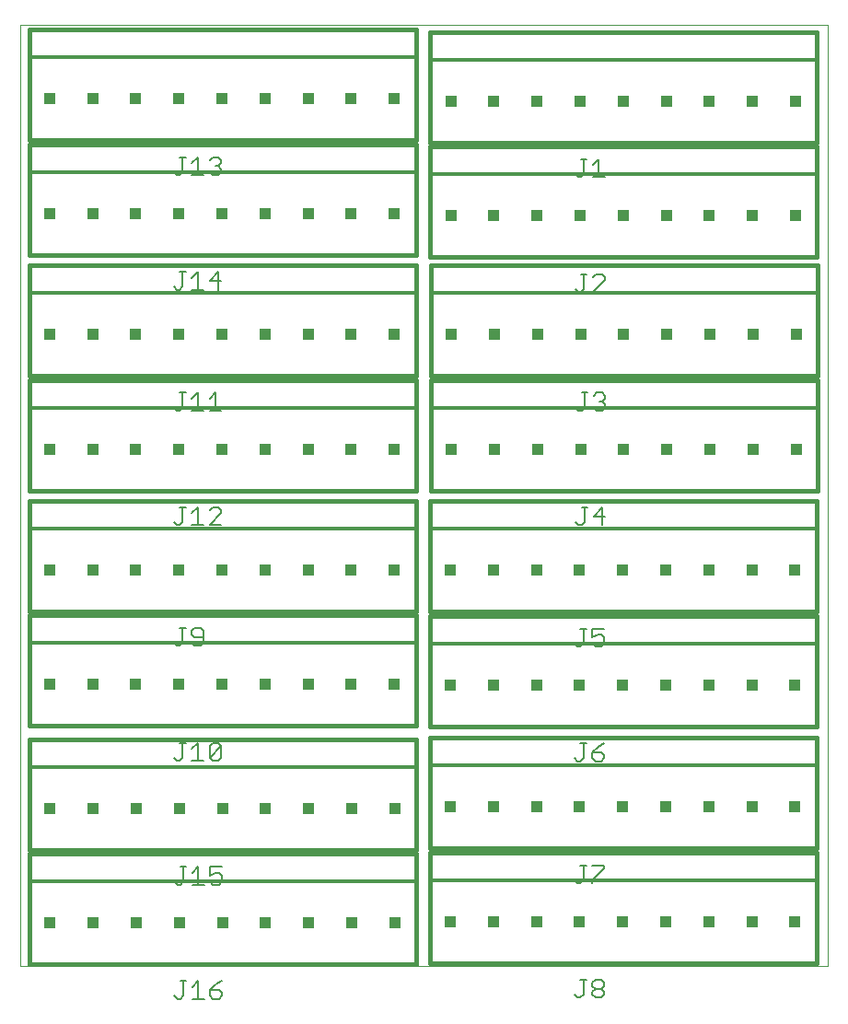
<source format=gto>
G75*
%MOIN*%
%OFA0B0*%
%FSLAX25Y25*%
%IPPOS*%
%LPD*%
%AMOC8*
5,1,8,0,0,1.08239X$1,22.5*
%
%ADD10C,0.00000*%
%ADD11C,0.01600*%
%ADD12C,0.01200*%
%ADD13C,0.00600*%
%ADD14R,0.04000X0.04000*%
D10*
X0003769Y0015385D02*
X0003769Y0356291D01*
X0296131Y0356133D01*
X0296052Y0015385D01*
X0003769Y0015385D01*
D11*
X0007197Y0016133D02*
X0007197Y0046133D01*
X0007197Y0056133D01*
X0147197Y0056133D01*
X0147197Y0046133D01*
X0147197Y0016133D01*
X0007197Y0016133D01*
X0007197Y0057472D02*
X0007197Y0087472D01*
X0007197Y0097472D01*
X0147197Y0097472D01*
X0147197Y0087472D01*
X0147197Y0057472D01*
X0007197Y0057472D01*
X0007000Y0102354D02*
X0007000Y0132354D01*
X0007000Y0142354D01*
X0147000Y0142354D01*
X0147000Y0132354D01*
X0147000Y0102354D01*
X0007000Y0102354D01*
X0007000Y0143889D02*
X0007000Y0173889D01*
X0007000Y0183889D01*
X0147000Y0183889D01*
X0147000Y0173889D01*
X0147000Y0143889D01*
X0007000Y0143889D01*
X0007000Y0187590D02*
X0007000Y0217590D01*
X0007000Y0227590D01*
X0147000Y0227590D01*
X0147000Y0217590D01*
X0147000Y0187590D01*
X0007000Y0187590D01*
X0007000Y0229125D02*
X0007000Y0259125D01*
X0007000Y0269125D01*
X0147000Y0269125D01*
X0147000Y0259125D01*
X0147000Y0229125D01*
X0007000Y0229125D01*
X0007000Y0272826D02*
X0007000Y0302826D01*
X0007000Y0312826D01*
X0147000Y0312826D01*
X0147000Y0302826D01*
X0147000Y0272826D01*
X0007000Y0272826D01*
X0007000Y0314362D02*
X0007000Y0344362D01*
X0007000Y0354362D01*
X0147000Y0354362D01*
X0147000Y0344362D01*
X0147000Y0314362D01*
X0007000Y0314362D01*
X0152276Y0313574D02*
X0152276Y0343574D01*
X0152276Y0353574D01*
X0292276Y0353574D01*
X0292276Y0343574D01*
X0292276Y0313574D01*
X0152276Y0313574D01*
X0152276Y0312039D02*
X0292276Y0312039D01*
X0292276Y0302039D01*
X0292276Y0272039D01*
X0152276Y0272039D01*
X0152276Y0302039D01*
X0152276Y0312039D01*
X0152472Y0269125D02*
X0292472Y0269125D01*
X0292472Y0259125D01*
X0292472Y0229125D01*
X0152472Y0229125D01*
X0152472Y0259125D01*
X0152472Y0269125D01*
X0152472Y0227590D02*
X0292472Y0227590D01*
X0292472Y0217590D01*
X0292472Y0187590D01*
X0152472Y0187590D01*
X0152472Y0217590D01*
X0152472Y0227590D01*
X0152079Y0183692D02*
X0292079Y0183692D01*
X0292079Y0173692D01*
X0292079Y0143692D01*
X0152079Y0143692D01*
X0152079Y0173692D01*
X0152079Y0183692D01*
X0152079Y0142157D02*
X0292079Y0142157D01*
X0292079Y0132157D01*
X0292079Y0102157D01*
X0152079Y0102157D01*
X0152079Y0132157D01*
X0152079Y0142157D01*
X0152079Y0098062D02*
X0292079Y0098062D01*
X0292079Y0088062D01*
X0292079Y0058062D01*
X0152079Y0058062D01*
X0152079Y0088062D01*
X0152079Y0098062D01*
X0152079Y0056527D02*
X0292079Y0056527D01*
X0292079Y0046527D01*
X0292079Y0016527D01*
X0152079Y0016527D01*
X0152079Y0046527D01*
X0152079Y0056527D01*
D12*
X0152079Y0046527D02*
X0292079Y0046527D01*
X0292079Y0088062D02*
X0152079Y0088062D01*
X0147197Y0087472D02*
X0007197Y0087472D01*
X0007197Y0046133D02*
X0147197Y0046133D01*
X0152079Y0132157D02*
X0292079Y0132157D01*
X0292079Y0173692D02*
X0152079Y0173692D01*
X0147000Y0173889D02*
X0007000Y0173889D01*
X0007000Y0132354D02*
X0147000Y0132354D01*
X0147000Y0217590D02*
X0007000Y0217590D01*
X0007000Y0259125D02*
X0147000Y0259125D01*
X0152472Y0259125D02*
X0292472Y0259125D01*
X0292472Y0217590D02*
X0152472Y0217590D01*
X0152276Y0302039D02*
X0292276Y0302039D01*
X0292276Y0343574D02*
X0152276Y0343574D01*
X0147000Y0344362D02*
X0007000Y0344362D01*
X0007000Y0302826D02*
X0147000Y0302826D01*
D13*
X0204676Y0302142D02*
X0205743Y0301074D01*
X0206811Y0301074D01*
X0207878Y0302142D01*
X0207878Y0307480D01*
X0206811Y0307480D02*
X0208946Y0307480D01*
X0211121Y0305345D02*
X0213256Y0307480D01*
X0213256Y0301074D01*
X0211121Y0301074D02*
X0215391Y0301074D01*
X0214324Y0265944D02*
X0212189Y0265944D01*
X0211121Y0264877D01*
X0208946Y0265944D02*
X0206811Y0265944D01*
X0207878Y0265944D02*
X0207878Y0260606D01*
X0206811Y0259539D01*
X0205743Y0259539D01*
X0204676Y0260606D01*
X0211121Y0259539D02*
X0215391Y0263809D01*
X0215391Y0264877D01*
X0214324Y0265944D01*
X0215391Y0259539D02*
X0211121Y0259539D01*
X0212386Y0223031D02*
X0214521Y0223031D01*
X0215588Y0221963D01*
X0215588Y0220896D01*
X0214521Y0219828D01*
X0215588Y0218761D01*
X0215588Y0217693D01*
X0214521Y0216625D01*
X0212386Y0216625D01*
X0211318Y0217693D01*
X0213453Y0219828D02*
X0214521Y0219828D01*
X0211318Y0221963D02*
X0212386Y0223031D01*
X0209143Y0223031D02*
X0207008Y0223031D01*
X0208075Y0223031D02*
X0208075Y0217693D01*
X0207008Y0216625D01*
X0205940Y0216625D01*
X0204872Y0217693D01*
X0207008Y0181495D02*
X0209143Y0181495D01*
X0208075Y0181495D02*
X0208075Y0176158D01*
X0207008Y0175090D01*
X0205940Y0175090D01*
X0204872Y0176158D01*
X0211318Y0178293D02*
X0215588Y0178293D01*
X0214521Y0181495D02*
X0214521Y0175090D01*
X0211318Y0178293D02*
X0214521Y0181495D01*
X0215195Y0137598D02*
X0210924Y0137598D01*
X0210924Y0134395D01*
X0213059Y0135463D01*
X0214127Y0135463D01*
X0215195Y0134395D01*
X0215195Y0132260D01*
X0214127Y0131192D01*
X0211992Y0131192D01*
X0210924Y0132260D01*
X0207681Y0132260D02*
X0207681Y0137598D01*
X0206614Y0137598D02*
X0208749Y0137598D01*
X0207681Y0132260D02*
X0206614Y0131192D01*
X0205546Y0131192D01*
X0204479Y0132260D01*
X0206614Y0096062D02*
X0208749Y0096062D01*
X0207681Y0096062D02*
X0207681Y0090725D01*
X0206614Y0089657D01*
X0205546Y0089657D01*
X0204479Y0090725D01*
X0210924Y0090725D02*
X0211992Y0089657D01*
X0214127Y0089657D01*
X0215195Y0090725D01*
X0215195Y0091792D01*
X0214127Y0092860D01*
X0210924Y0092860D01*
X0210924Y0090725D01*
X0210924Y0092860D02*
X0213059Y0094995D01*
X0215195Y0096062D01*
X0215195Y0051968D02*
X0210924Y0051968D01*
X0208749Y0051968D02*
X0206614Y0051968D01*
X0207681Y0051968D02*
X0207681Y0046630D01*
X0206614Y0045562D01*
X0205546Y0045562D01*
X0204479Y0046630D01*
X0210924Y0046630D02*
X0210924Y0045562D01*
X0210924Y0046630D02*
X0215195Y0050900D01*
X0215195Y0051968D01*
X0214127Y0010432D02*
X0215195Y0009365D01*
X0215195Y0008297D01*
X0214127Y0007230D01*
X0211992Y0007230D01*
X0210924Y0008297D01*
X0210924Y0009365D01*
X0211992Y0010432D01*
X0214127Y0010432D01*
X0214127Y0007230D02*
X0215195Y0006162D01*
X0215195Y0005095D01*
X0214127Y0004027D01*
X0211992Y0004027D01*
X0210924Y0005095D01*
X0210924Y0006162D01*
X0211992Y0007230D01*
X0208749Y0010432D02*
X0206614Y0010432D01*
X0207681Y0010432D02*
X0207681Y0005095D01*
X0206614Y0004027D01*
X0205546Y0004027D01*
X0204479Y0005095D01*
X0076758Y0004701D02*
X0076758Y0005768D01*
X0075691Y0006836D01*
X0072488Y0006836D01*
X0072488Y0004701D01*
X0073555Y0003633D01*
X0075691Y0003633D01*
X0076758Y0004701D01*
X0074623Y0008971D02*
X0072488Y0006836D01*
X0074623Y0008971D02*
X0076758Y0010039D01*
X0070313Y0003633D02*
X0066042Y0003633D01*
X0068177Y0003633D02*
X0068177Y0010039D01*
X0066042Y0007904D01*
X0063867Y0010039D02*
X0061732Y0010039D01*
X0062800Y0010039D02*
X0062800Y0004701D01*
X0061732Y0003633D01*
X0060664Y0003633D01*
X0059597Y0004701D01*
X0060664Y0044972D02*
X0059597Y0046039D01*
X0060664Y0044972D02*
X0061732Y0044972D01*
X0062800Y0046039D01*
X0062800Y0051377D01*
X0063867Y0051377D02*
X0061732Y0051377D01*
X0066042Y0049242D02*
X0068177Y0051377D01*
X0068177Y0044972D01*
X0066042Y0044972D02*
X0070313Y0044972D01*
X0072488Y0046039D02*
X0073555Y0044972D01*
X0075691Y0044972D01*
X0076758Y0046039D01*
X0076758Y0048175D01*
X0075691Y0049242D01*
X0074623Y0049242D01*
X0072488Y0048175D01*
X0072488Y0051377D01*
X0076758Y0051377D01*
X0075494Y0089854D02*
X0073359Y0089854D01*
X0072291Y0090921D01*
X0076561Y0095192D01*
X0076561Y0090921D01*
X0075494Y0089854D01*
X0072291Y0090921D02*
X0072291Y0095192D01*
X0073359Y0096259D01*
X0075494Y0096259D01*
X0076561Y0095192D01*
X0070116Y0089854D02*
X0065845Y0089854D01*
X0067981Y0089854D02*
X0067981Y0096259D01*
X0065845Y0094124D01*
X0063670Y0096259D02*
X0061535Y0096259D01*
X0062603Y0096259D02*
X0062603Y0090921D01*
X0061535Y0089854D01*
X0060468Y0089854D01*
X0059400Y0090921D01*
X0060468Y0131389D02*
X0059400Y0132457D01*
X0060468Y0131389D02*
X0061535Y0131389D01*
X0062603Y0132457D01*
X0062603Y0137795D01*
X0063670Y0137795D02*
X0061535Y0137795D01*
X0065845Y0136727D02*
X0065845Y0135660D01*
X0066913Y0134592D01*
X0070116Y0134592D01*
X0070116Y0132457D02*
X0070116Y0136727D01*
X0069048Y0137795D01*
X0066913Y0137795D01*
X0065845Y0136727D01*
X0065845Y0132457D02*
X0066913Y0131389D01*
X0069048Y0131389D01*
X0070116Y0132457D01*
X0070116Y0175090D02*
X0065845Y0175090D01*
X0067981Y0175090D02*
X0067981Y0181495D01*
X0065845Y0179360D01*
X0063670Y0181495D02*
X0061535Y0181495D01*
X0062603Y0181495D02*
X0062603Y0176158D01*
X0061535Y0175090D01*
X0060468Y0175090D01*
X0059400Y0176158D01*
X0072291Y0175090D02*
X0076561Y0179360D01*
X0076561Y0180428D01*
X0075494Y0181495D01*
X0073359Y0181495D01*
X0072291Y0180428D01*
X0072291Y0175090D02*
X0076561Y0175090D01*
X0076561Y0216625D02*
X0072291Y0216625D01*
X0074426Y0216625D02*
X0074426Y0223031D01*
X0072291Y0220896D01*
X0070116Y0216625D02*
X0065845Y0216625D01*
X0067981Y0216625D02*
X0067981Y0223031D01*
X0065845Y0220896D01*
X0063670Y0223031D02*
X0061535Y0223031D01*
X0062603Y0223031D02*
X0062603Y0217693D01*
X0061535Y0216625D01*
X0060468Y0216625D01*
X0059400Y0217693D01*
X0060468Y0260326D02*
X0059400Y0261394D01*
X0060468Y0260326D02*
X0061535Y0260326D01*
X0062603Y0261394D01*
X0062603Y0266732D01*
X0063670Y0266732D02*
X0061535Y0266732D01*
X0065845Y0264597D02*
X0067981Y0266732D01*
X0067981Y0260326D01*
X0070116Y0260326D02*
X0065845Y0260326D01*
X0072291Y0263529D02*
X0076561Y0263529D01*
X0075494Y0260326D02*
X0075494Y0266732D01*
X0072291Y0263529D01*
X0073359Y0301862D02*
X0072291Y0302929D01*
X0073359Y0301862D02*
X0075494Y0301862D01*
X0076561Y0302929D01*
X0076561Y0303997D01*
X0075494Y0305064D01*
X0074426Y0305064D01*
X0075494Y0305064D02*
X0076561Y0306132D01*
X0076561Y0307200D01*
X0075494Y0308267D01*
X0073359Y0308267D01*
X0072291Y0307200D01*
X0070116Y0301862D02*
X0065845Y0301862D01*
X0067981Y0301862D02*
X0067981Y0308267D01*
X0065845Y0306132D01*
X0063670Y0308267D02*
X0061535Y0308267D01*
X0062603Y0308267D02*
X0062603Y0302929D01*
X0061535Y0301862D01*
X0060468Y0301862D01*
X0059400Y0302929D01*
D14*
X0061200Y0287826D03*
X0045600Y0287826D03*
X0030000Y0287826D03*
X0014400Y0287826D03*
X0014400Y0329362D03*
X0030000Y0329362D03*
X0045600Y0329362D03*
X0061200Y0329362D03*
X0076800Y0329362D03*
X0092400Y0329362D03*
X0108000Y0329362D03*
X0123600Y0329362D03*
X0139200Y0329362D03*
X0159676Y0328574D03*
X0175276Y0328574D03*
X0190876Y0328574D03*
X0206476Y0328574D03*
X0222076Y0328574D03*
X0237676Y0328574D03*
X0253276Y0328574D03*
X0268876Y0328574D03*
X0284476Y0328574D03*
X0284476Y0287039D03*
X0268876Y0287039D03*
X0253276Y0287039D03*
X0237676Y0287039D03*
X0222076Y0287039D03*
X0206476Y0287039D03*
X0190876Y0287039D03*
X0175276Y0287039D03*
X0159676Y0287039D03*
X0139200Y0287826D03*
X0123600Y0287826D03*
X0108000Y0287826D03*
X0092400Y0287826D03*
X0076800Y0287826D03*
X0076800Y0244125D03*
X0061200Y0244125D03*
X0045600Y0244125D03*
X0030000Y0244125D03*
X0014400Y0244125D03*
X0014400Y0202590D03*
X0030000Y0202590D03*
X0045600Y0202590D03*
X0061200Y0202590D03*
X0076800Y0202590D03*
X0092400Y0202590D03*
X0108000Y0202590D03*
X0123600Y0202590D03*
X0139200Y0202590D03*
X0159872Y0202590D03*
X0175472Y0202590D03*
X0191072Y0202590D03*
X0206672Y0202590D03*
X0222272Y0202590D03*
X0237872Y0202590D03*
X0253472Y0202590D03*
X0269072Y0202590D03*
X0284672Y0202590D03*
X0284672Y0244125D03*
X0269072Y0244125D03*
X0253472Y0244125D03*
X0237872Y0244125D03*
X0222272Y0244125D03*
X0206672Y0244125D03*
X0191072Y0244125D03*
X0175472Y0244125D03*
X0159872Y0244125D03*
X0139200Y0244125D03*
X0123600Y0244125D03*
X0108000Y0244125D03*
X0092400Y0244125D03*
X0092400Y0158889D03*
X0076800Y0158889D03*
X0061200Y0158889D03*
X0045600Y0158889D03*
X0030000Y0158889D03*
X0014400Y0158889D03*
X0014400Y0117354D03*
X0030000Y0117354D03*
X0045600Y0117354D03*
X0061200Y0117354D03*
X0076800Y0117354D03*
X0092400Y0117354D03*
X0108000Y0117354D03*
X0123600Y0117354D03*
X0139200Y0117354D03*
X0159479Y0117157D03*
X0175079Y0117157D03*
X0190679Y0117157D03*
X0206279Y0117157D03*
X0221879Y0117157D03*
X0237479Y0117157D03*
X0253079Y0117157D03*
X0268679Y0117157D03*
X0284279Y0117157D03*
X0284279Y0158692D03*
X0268679Y0158692D03*
X0253079Y0158692D03*
X0237479Y0158692D03*
X0221879Y0158692D03*
X0206279Y0158692D03*
X0190679Y0158692D03*
X0175079Y0158692D03*
X0159479Y0158692D03*
X0139200Y0158889D03*
X0123600Y0158889D03*
X0108000Y0158889D03*
X0108197Y0072472D03*
X0123797Y0072472D03*
X0139397Y0072472D03*
X0159479Y0073062D03*
X0175079Y0073062D03*
X0190679Y0073062D03*
X0206279Y0073062D03*
X0221879Y0073062D03*
X0237479Y0073062D03*
X0253079Y0073062D03*
X0268679Y0073062D03*
X0284279Y0073062D03*
X0284279Y0031527D03*
X0268679Y0031527D03*
X0253079Y0031527D03*
X0237479Y0031527D03*
X0221879Y0031527D03*
X0206279Y0031527D03*
X0190679Y0031527D03*
X0175079Y0031527D03*
X0159479Y0031527D03*
X0139397Y0031133D03*
X0123797Y0031133D03*
X0108197Y0031133D03*
X0092597Y0031133D03*
X0076997Y0031133D03*
X0061397Y0031133D03*
X0045797Y0031133D03*
X0030197Y0031133D03*
X0014597Y0031133D03*
X0014597Y0072472D03*
X0030197Y0072472D03*
X0045797Y0072472D03*
X0061397Y0072472D03*
X0076997Y0072472D03*
X0092597Y0072472D03*
M02*

</source>
